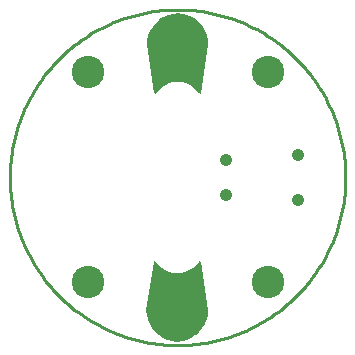
<source format=gbr>
G04 EAGLE Gerber RS-274X export*
G75*
%MOMM*%
%FSLAX34Y34*%
%LPD*%
%INSoldermask Bottom*%
%IPPOS*%
%AMOC8*
5,1,8,0,0,1.08239X$1,22.5*%
G01*
%ADD10C,0.254000*%
%ADD11C,1.053200*%
%ADD12C,4.267200*%
%ADD13C,2.743200*%

G36*
X3638Y-164222D02*
X3638Y-164222D01*
X3729Y-164200D01*
X3795Y-164194D01*
X7667Y-163184D01*
X7754Y-163148D01*
X7818Y-163131D01*
X11484Y-161528D01*
X11564Y-161478D01*
X11625Y-161452D01*
X14996Y-159295D01*
X15067Y-159234D01*
X15123Y-159199D01*
X18114Y-156540D01*
X18175Y-156469D01*
X18225Y-156425D01*
X20764Y-153332D01*
X20812Y-153252D01*
X20855Y-153201D01*
X22879Y-149748D01*
X22914Y-149662D01*
X22948Y-149605D01*
X24407Y-145878D01*
X24429Y-145787D01*
X24453Y-145726D01*
X25311Y-141817D01*
X25318Y-141724D01*
X25333Y-141659D01*
X25569Y-137664D01*
X25558Y-137532D01*
X25560Y-137453D01*
X19560Y-97453D01*
X19559Y-97452D01*
X19559Y-97450D01*
X19519Y-97319D01*
X19516Y-97307D01*
X19494Y-97221D01*
X19487Y-97211D01*
X19478Y-97181D01*
X19477Y-97179D01*
X19477Y-97177D01*
X19401Y-97060D01*
X19358Y-96993D01*
X19348Y-96977D01*
X19346Y-96975D01*
X19325Y-96942D01*
X19323Y-96940D01*
X19322Y-96939D01*
X19216Y-96846D01*
X19111Y-96754D01*
X19109Y-96753D01*
X19108Y-96752D01*
X18980Y-96693D01*
X18854Y-96634D01*
X18852Y-96633D01*
X18850Y-96632D01*
X18710Y-96611D01*
X18573Y-96589D01*
X18571Y-96589D01*
X18569Y-96589D01*
X18432Y-96606D01*
X18291Y-96624D01*
X18289Y-96625D01*
X18287Y-96625D01*
X18162Y-96679D01*
X18029Y-96736D01*
X18028Y-96737D01*
X18026Y-96738D01*
X18013Y-96749D01*
X18008Y-96753D01*
X18007Y-96754D01*
X18003Y-96757D01*
X17809Y-96916D01*
X17800Y-96929D01*
X17790Y-96937D01*
X17783Y-96949D01*
X17773Y-96958D01*
X15464Y-99754D01*
X12800Y-102093D01*
X9797Y-103977D01*
X6532Y-105359D01*
X3089Y-106202D01*
X-445Y-106486D01*
X-3978Y-106202D01*
X-7421Y-105359D01*
X-10686Y-103977D01*
X-13689Y-102093D01*
X-16353Y-99754D01*
X-18662Y-96958D01*
X-18663Y-96956D01*
X-18664Y-96955D01*
X-18768Y-96860D01*
X-18841Y-96794D01*
X-18853Y-96782D01*
X-18854Y-96782D01*
X-18872Y-96766D01*
X-18873Y-96765D01*
X-18875Y-96764D01*
X-19005Y-96700D01*
X-19126Y-96640D01*
X-19128Y-96640D01*
X-19130Y-96639D01*
X-19270Y-96614D01*
X-19406Y-96589D01*
X-19408Y-96590D01*
X-19410Y-96589D01*
X-19546Y-96604D01*
X-19689Y-96619D01*
X-19691Y-96619D01*
X-19693Y-96620D01*
X-19820Y-96672D01*
X-19953Y-96725D01*
X-19954Y-96726D01*
X-19956Y-96727D01*
X-20064Y-96812D01*
X-20176Y-96900D01*
X-20177Y-96902D01*
X-20179Y-96903D01*
X-20203Y-96937D01*
X-20204Y-96937D01*
X-20207Y-96943D01*
X-20260Y-97016D01*
X-20343Y-97131D01*
X-20343Y-97133D01*
X-20345Y-97134D01*
X-20350Y-97151D01*
X-20355Y-97164D01*
X-20361Y-97174D01*
X-20385Y-97248D01*
X-20439Y-97398D01*
X-20440Y-97423D01*
X-20447Y-97445D01*
X-20447Y-97449D01*
X-20449Y-97453D01*
X-26449Y-137453D01*
X-26450Y-137586D01*
X-26458Y-137664D01*
X-26222Y-141659D01*
X-26203Y-141751D01*
X-26200Y-141817D01*
X-25342Y-145726D01*
X-25309Y-145814D01*
X-25296Y-145878D01*
X-23837Y-149605D01*
X-23791Y-149686D01*
X-23767Y-149748D01*
X-21744Y-153201D01*
X-21685Y-153274D01*
X-21653Y-153332D01*
X-19113Y-156425D01*
X-19045Y-156489D01*
X-19003Y-156540D01*
X-16011Y-159198D01*
X-15933Y-159250D01*
X-15884Y-159295D01*
X-12514Y-161452D01*
X-12429Y-161491D01*
X-12373Y-161527D01*
X-8707Y-163131D01*
X-8616Y-163156D01*
X-8556Y-163183D01*
X-4684Y-164194D01*
X-4591Y-164205D01*
X-4527Y-164222D01*
X-544Y-164614D01*
X-422Y-164609D01*
X-345Y-164614D01*
X3638Y-164222D01*
G37*
G36*
X-18877Y45552D02*
X-18877Y45552D01*
X-18735Y45570D01*
X-18734Y45571D01*
X-18732Y45571D01*
X-18607Y45625D01*
X-18474Y45682D01*
X-18472Y45683D01*
X-18471Y45684D01*
X-18458Y45695D01*
X-18254Y45862D01*
X-18236Y45887D01*
X-18217Y45904D01*
X-15908Y48700D01*
X-13244Y51039D01*
X-10242Y52923D01*
X-6977Y54305D01*
X-3534Y55148D01*
X0Y55432D01*
X3534Y55148D01*
X6977Y54305D01*
X10242Y52923D01*
X13244Y51039D01*
X15908Y48700D01*
X18217Y45904D01*
X18219Y45902D01*
X18220Y45901D01*
X18324Y45806D01*
X18427Y45712D01*
X18429Y45711D01*
X18430Y45710D01*
X18560Y45646D01*
X18682Y45586D01*
X18684Y45586D01*
X18685Y45585D01*
X18826Y45560D01*
X18962Y45535D01*
X18964Y45536D01*
X18965Y45535D01*
X19102Y45550D01*
X19244Y45565D01*
X19246Y45565D01*
X19248Y45566D01*
X19376Y45618D01*
X19508Y45671D01*
X19510Y45672D01*
X19511Y45673D01*
X19619Y45758D01*
X19732Y45846D01*
X19733Y45848D01*
X19734Y45849D01*
X19815Y45962D01*
X19898Y46077D01*
X19899Y46079D01*
X19900Y46080D01*
X19906Y46097D01*
X19994Y46344D01*
X19996Y46375D01*
X20004Y46399D01*
X26004Y86399D01*
X26005Y86532D01*
X26013Y86610D01*
X25777Y90605D01*
X25759Y90697D01*
X25756Y90763D01*
X24898Y94672D01*
X24865Y94760D01*
X24851Y94824D01*
X23392Y98551D01*
X23347Y98632D01*
X23323Y98694D01*
X21299Y102147D01*
X21241Y102220D01*
X21208Y102278D01*
X18669Y105371D01*
X18600Y105435D01*
X18559Y105486D01*
X15567Y108144D01*
X15489Y108196D01*
X15440Y108241D01*
X12069Y110398D01*
X11984Y110437D01*
X11929Y110473D01*
X8262Y112077D01*
X8172Y112102D01*
X8112Y112129D01*
X4239Y113140D01*
X4146Y113151D01*
X4082Y113168D01*
X100Y113560D01*
X9Y113557D01*
X-43Y113557D01*
X-100Y113560D01*
X-4082Y113168D01*
X-4173Y113146D01*
X-4239Y113140D01*
X-8112Y112130D01*
X-8198Y112094D01*
X-8262Y112077D01*
X-11929Y110474D01*
X-12009Y110424D01*
X-12069Y110398D01*
X-15440Y108241D01*
X-15511Y108180D01*
X-15567Y108145D01*
X-18559Y105486D01*
X-18619Y105415D01*
X-18669Y105371D01*
X-21208Y102278D01*
X-21257Y102198D01*
X-21299Y102147D01*
X-23323Y98694D01*
X-23359Y98608D01*
X-23393Y98551D01*
X-24852Y94824D01*
X-24873Y94733D01*
X-24898Y94672D01*
X-25756Y90763D01*
X-25763Y90670D01*
X-25778Y90605D01*
X-26014Y86610D01*
X-26003Y86478D01*
X-26004Y86399D01*
X-20004Y46399D01*
X-20003Y46398D01*
X-20003Y46396D01*
X-19964Y46265D01*
X-19923Y46127D01*
X-19922Y46125D01*
X-19921Y46123D01*
X-19845Y46006D01*
X-19769Y45888D01*
X-19768Y45886D01*
X-19767Y45885D01*
X-19660Y45792D01*
X-19556Y45700D01*
X-19554Y45699D01*
X-19552Y45698D01*
X-19424Y45639D01*
X-19298Y45580D01*
X-19296Y45579D01*
X-19295Y45578D01*
X-19155Y45557D01*
X-19017Y45535D01*
X-19016Y45535D01*
X-19014Y45535D01*
X-18877Y45552D01*
G37*
D10*
X-141990Y-25400D02*
X-141947Y-21915D01*
X-141819Y-18433D01*
X-141605Y-14955D01*
X-141306Y-11483D01*
X-140922Y-8019D01*
X-140453Y-4566D01*
X-139900Y-1125D01*
X-139262Y2301D01*
X-138540Y5710D01*
X-137735Y9101D01*
X-136847Y12471D01*
X-135876Y15818D01*
X-134824Y19140D01*
X-133690Y22435D01*
X-132476Y25701D01*
X-131182Y28937D01*
X-129809Y32140D01*
X-128357Y35309D01*
X-126829Y38440D01*
X-125224Y41534D01*
X-123544Y44587D01*
X-121789Y47597D01*
X-119961Y50564D01*
X-118060Y53485D01*
X-116089Y56359D01*
X-114047Y59183D01*
X-111937Y61957D01*
X-109760Y64678D01*
X-107516Y67344D01*
X-105208Y69955D01*
X-102836Y72508D01*
X-100402Y75002D01*
X-97908Y77436D01*
X-95355Y79808D01*
X-92744Y82116D01*
X-90078Y84360D01*
X-87357Y86537D01*
X-84583Y88647D01*
X-81759Y90689D01*
X-78885Y92660D01*
X-75964Y94561D01*
X-72997Y96389D01*
X-69987Y98144D01*
X-66934Y99824D01*
X-63840Y101429D01*
X-60709Y102957D01*
X-57540Y104409D01*
X-54337Y105782D01*
X-51101Y107076D01*
X-47835Y108290D01*
X-44540Y109424D01*
X-41218Y110476D01*
X-37871Y111447D01*
X-34501Y112335D01*
X-31110Y113140D01*
X-27701Y113862D01*
X-24275Y114500D01*
X-20834Y115053D01*
X-17381Y115522D01*
X-13917Y115906D01*
X-10445Y116205D01*
X-6967Y116419D01*
X-3485Y116547D01*
X0Y116590D01*
X3485Y116547D01*
X6967Y116419D01*
X10445Y116205D01*
X13917Y115906D01*
X17381Y115522D01*
X20834Y115053D01*
X24275Y114500D01*
X27701Y113862D01*
X31110Y113140D01*
X34501Y112335D01*
X37871Y111447D01*
X41218Y110476D01*
X44540Y109424D01*
X47835Y108290D01*
X51101Y107076D01*
X54337Y105782D01*
X57540Y104409D01*
X60709Y102957D01*
X63840Y101429D01*
X66934Y99824D01*
X69987Y98144D01*
X72997Y96389D01*
X75964Y94561D01*
X78885Y92660D01*
X81759Y90689D01*
X84583Y88647D01*
X87357Y86537D01*
X90078Y84360D01*
X92744Y82116D01*
X95355Y79808D01*
X97908Y77436D01*
X100402Y75002D01*
X102836Y72508D01*
X105208Y69955D01*
X107516Y67344D01*
X109760Y64678D01*
X111937Y61957D01*
X114047Y59183D01*
X116089Y56359D01*
X118060Y53485D01*
X119961Y50564D01*
X121789Y47597D01*
X123544Y44587D01*
X125224Y41534D01*
X126829Y38440D01*
X128357Y35309D01*
X129809Y32140D01*
X131182Y28937D01*
X132476Y25701D01*
X133690Y22435D01*
X134824Y19140D01*
X135876Y15818D01*
X136847Y12471D01*
X137735Y9101D01*
X138540Y5710D01*
X139262Y2301D01*
X139900Y-1125D01*
X140453Y-4566D01*
X140922Y-8019D01*
X141306Y-11483D01*
X141605Y-14955D01*
X141819Y-18433D01*
X141947Y-21915D01*
X141990Y-25400D01*
X141947Y-28885D01*
X141819Y-32367D01*
X141605Y-35845D01*
X141306Y-39317D01*
X140922Y-42781D01*
X140453Y-46234D01*
X139900Y-49675D01*
X139262Y-53101D01*
X138540Y-56510D01*
X137735Y-59901D01*
X136847Y-63271D01*
X135876Y-66618D01*
X134824Y-69940D01*
X133690Y-73235D01*
X132476Y-76501D01*
X131182Y-79737D01*
X129809Y-82940D01*
X128357Y-86109D01*
X126829Y-89240D01*
X125224Y-92334D01*
X123544Y-95387D01*
X121789Y-98397D01*
X119961Y-101364D01*
X118060Y-104285D01*
X116089Y-107159D01*
X114047Y-109983D01*
X111937Y-112757D01*
X109760Y-115478D01*
X107516Y-118144D01*
X105208Y-120755D01*
X102836Y-123308D01*
X100402Y-125802D01*
X97908Y-128236D01*
X95355Y-130608D01*
X92744Y-132916D01*
X90078Y-135160D01*
X87357Y-137337D01*
X84583Y-139447D01*
X81759Y-141489D01*
X78885Y-143460D01*
X75964Y-145361D01*
X72997Y-147189D01*
X69987Y-148944D01*
X66934Y-150624D01*
X63840Y-152229D01*
X60709Y-153757D01*
X57540Y-155209D01*
X54337Y-156582D01*
X51101Y-157876D01*
X47835Y-159090D01*
X44540Y-160224D01*
X41218Y-161276D01*
X37871Y-162247D01*
X34501Y-163135D01*
X31110Y-163940D01*
X27701Y-164662D01*
X24275Y-165300D01*
X20834Y-165853D01*
X17381Y-166322D01*
X13917Y-166706D01*
X10445Y-167005D01*
X6967Y-167219D01*
X3485Y-167347D01*
X0Y-167390D01*
X-3485Y-167347D01*
X-6967Y-167219D01*
X-10445Y-167005D01*
X-13917Y-166706D01*
X-17381Y-166322D01*
X-20834Y-165853D01*
X-24275Y-165300D01*
X-27701Y-164662D01*
X-31110Y-163940D01*
X-34501Y-163135D01*
X-37871Y-162247D01*
X-41218Y-161276D01*
X-44540Y-160224D01*
X-47835Y-159090D01*
X-51101Y-157876D01*
X-54337Y-156582D01*
X-57540Y-155209D01*
X-60709Y-153757D01*
X-63840Y-152229D01*
X-66934Y-150624D01*
X-69987Y-148944D01*
X-72997Y-147189D01*
X-75964Y-145361D01*
X-78885Y-143460D01*
X-81759Y-141489D01*
X-84583Y-139447D01*
X-87357Y-137337D01*
X-90078Y-135160D01*
X-92744Y-132916D01*
X-95355Y-130608D01*
X-97908Y-128236D01*
X-100402Y-125802D01*
X-102836Y-123308D01*
X-105208Y-120755D01*
X-107516Y-118144D01*
X-109760Y-115478D01*
X-111937Y-112757D01*
X-114047Y-109983D01*
X-116089Y-107159D01*
X-118060Y-104285D01*
X-119961Y-101364D01*
X-121789Y-98397D01*
X-123544Y-95387D01*
X-125224Y-92334D01*
X-126829Y-89240D01*
X-128357Y-86109D01*
X-129809Y-82940D01*
X-131182Y-79737D01*
X-132476Y-76501D01*
X-133690Y-73235D01*
X-134824Y-69940D01*
X-135876Y-66618D01*
X-136847Y-63271D01*
X-137735Y-59901D01*
X-138540Y-56510D01*
X-139262Y-53101D01*
X-139900Y-49675D01*
X-140453Y-46234D01*
X-140922Y-42781D01*
X-141306Y-39317D01*
X-141605Y-35845D01*
X-141819Y-32367D01*
X-141947Y-28885D01*
X-141990Y-25400D01*
D11*
X41275Y-40400D03*
X41275Y-10400D03*
D12*
X-445Y-133304D03*
X0Y82250D03*
D11*
X101825Y-44400D03*
X101825Y-6400D03*
D13*
X-76200Y63500D03*
X76200Y63500D03*
X76200Y-114300D03*
X-76200Y-114300D03*
M02*

</source>
